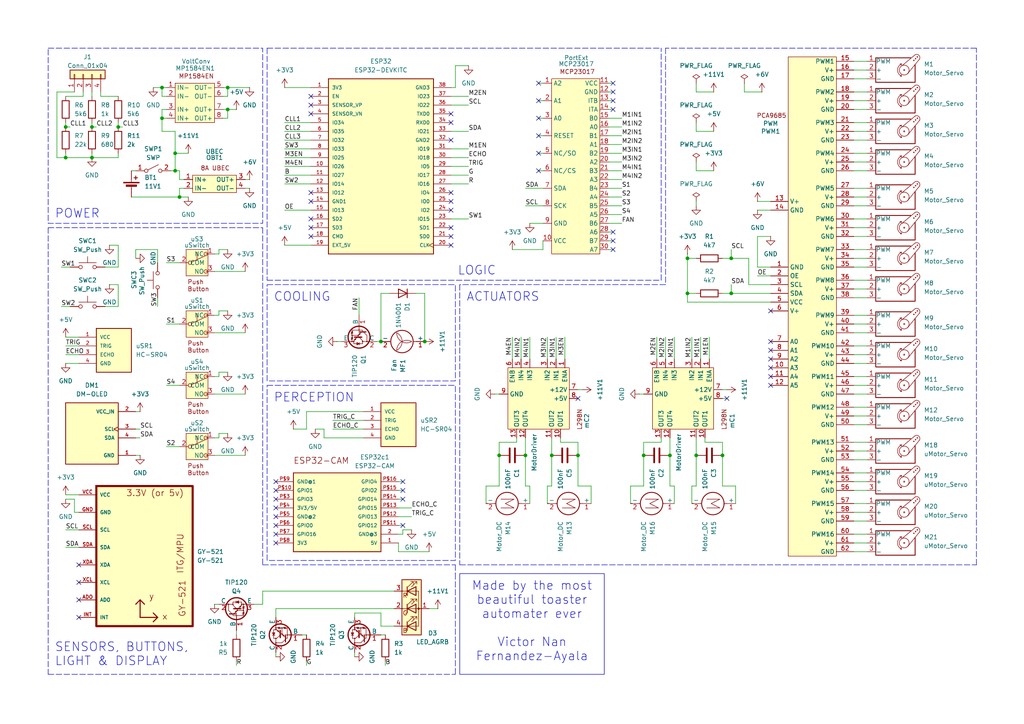
<source format=kicad_sch>
(kicad_sch (version 20231120) (generator "eeschema") (generator_version "8.0")
  (paper "A4")
  (junction (at 212.09 74.93))
  (junction (at 46.99 25.4))
  (junction (at 144.78 132.08))
  (junction (at 186.69 132.08))
  (junction (at 66.04 25.4))
  (junction (at 19.05 45.72))
  (junction (at 199.39 85.09))
  (junction (at 212.09 85.09))
  (junction (at 26.67 45.72))
  (junction (at 201.93 132.08))
  (junction (at 194.31 132.08))
  (junction (at 123.19 99.06))
  (junction (at 52.07 57.15))
  (junction (at 152.4 132.08))
  (junction (at 50.8 44.45))
  (junction (at 46.99 34.29))
  (junction (at 209.55 132.08))
  (junction (at 50.8 49.53))
  (junction (at 167.64 132.08))
  (junction (at 160.02 132.08))
  (junction (at 199.39 74.93))
  (junction (at 66.04 31.75))
  (junction (at 34.29 36.83))
  (junction (at 26.67 36.83))
  (junction (at 110.49 99.06))
  (junction (at 19.05 36.83))
  (no_connect (at 156.21 49.53))
  (no_connect (at 177.8 24.13))
  (no_connect (at 177.8 26.67))
  (no_connect (at 177.8 31.75))
  (no_connect (at 116.84 144.78))
  (no_connect (at 80.01 142.24))
  (no_connect (at 223.52 111.76))
  (no_connect (at 130.81 58.42))
  (no_connect (at 130.81 40.64))
  (no_connect (at 80.01 139.7))
  (no_connect (at 22.86 179.07))
  (no_connect (at 177.8 72.39))
  (no_connect (at 80.01 157.48))
  (no_connect (at 156.21 34.29))
  (no_connect (at 167.64 115.57))
  (no_connect (at 116.84 139.7))
  (no_connect (at 130.81 71.12))
  (no_connect (at 130.81 35.56))
  (no_connect (at 22.86 168.91))
  (no_connect (at 90.17 66.04))
  (no_connect (at 210.82 115.57))
  (no_connect (at 22.86 173.99))
  (no_connect (at 22.86 163.83))
  (no_connect (at 156.21 44.45))
  (no_connect (at 90.17 33.02))
  (no_connect (at 90.17 27.94))
  (no_connect (at 223.52 106.68))
  (no_connect (at 80.01 147.32))
  (no_connect (at 130.81 66.04))
  (no_connect (at 80.01 144.78))
  (no_connect (at 223.52 104.14))
  (no_connect (at 90.17 58.42))
  (no_connect (at 90.17 30.48))
  (no_connect (at 90.17 68.58))
  (no_connect (at 223.52 101.6))
  (no_connect (at 80.01 149.86))
  (no_connect (at 130.81 60.96))
  (no_connect (at 177.8 67.31))
  (no_connect (at 223.52 99.06))
  (no_connect (at 177.8 29.21))
  (no_connect (at 90.17 55.88))
  (no_connect (at 116.84 152.4))
  (no_connect (at 130.81 33.02))
  (no_connect (at 80.01 152.4))
  (no_connect (at 130.81 55.88))
  (no_connect (at 156.21 24.13))
  (no_connect (at 177.8 69.85))
  (no_connect (at 116.84 142.24))
  (no_connect (at 156.21 29.21))
  (no_connect (at 223.52 90.17))
  (no_connect (at 130.81 68.58))
  (no_connect (at 223.52 109.22))
  (no_connect (at 156.21 39.37))
  (no_connect (at 80.01 154.94))
  (no_connect (at 90.17 63.5))
  (polyline (pts (xy 132.08 194.31) (xy 132.08 195.58)) (stroke (width 0) (type dash)))
  (wire (pts (xy 93.98 127) (xy 93.98 124.46)))
  (wire (pts (xy 34.29 82.55) (xy 31.75 82.55)))
  (wire (pts (xy 19.05 45.72) (xy 26.67 45.72)))
  (wire (pts (xy 64.77 27.94) (xy 66.04 27.94)))
  (wire (pts (xy 156.21 44.45) (xy 157.48 44.45)))
  (wire (pts (xy 62.23 109.22) (xy 63.5 109.22)))
  (wire (pts (xy 247.65 114.3) (xy 251.46 114.3)))
  (wire (pts (xy 82.55 38.1) (xy 90.17 38.1)))
  (wire (pts (xy 144.78 128.27) (xy 144.78 132.08)))
  (wire (pts (xy 149.86 128.27) (xy 144.78 128.27)))
  (wire (pts (xy 201.93 35.56) (xy 201.93 38.1)))
  (wire (pts (xy 210.82 115.57) (xy 209.55 115.57)))
  (wire (pts (xy 26.67 45.72) (xy 26.67 44.45)))
  (wire (pts (xy 82.55 35.56) (xy 90.17 35.56)))
  (wire (pts (xy 82.55 40.64) (xy 90.17 40.64)))
  (wire (pts (xy 39.37 124.46) (xy 40.64 124.46)))
  (wire (pts (xy 82.55 25.4) (xy 90.17 25.4)))
  (wire (pts (xy 109.22 99.06) (xy 110.49 99.06)))
  (wire (pts (xy 130.81 43.18) (xy 135.89 43.18)))
  (wire (pts (xy 176.53 54.61) (xy 180.34 54.61)))
  (wire (pts (xy 247.65 46.99) (xy 251.46 46.99)))
  (polyline (pts (xy 133.35 82.55) (xy 133.35 163.83)) (stroke (width 0) (type dash)))
  (wire (pts (xy 247.65 40.64) (xy 251.46 40.64)))
  (wire (pts (xy 152.4 54.61) (xy 157.48 54.61)))
  (polyline (pts (xy 133.35 163.83) (xy 283.21 163.83)) (stroke (width 0) (type dash)))
  (wire (pts (xy 144.78 114.3) (xy 143.51 114.3)))
  (wire (pts (xy 160.02 127) (xy 160.02 132.08)))
  (wire (pts (xy 247.65 151.13) (xy 251.46 151.13)))
  (wire (pts (xy 132.08 25.4) (xy 130.81 25.4)))
  (wire (pts (xy 120.65 85.09) (xy 123.19 85.09)))
  (wire (pts (xy 177.8 29.21) (xy 176.53 29.21)))
  (wire (pts (xy 201.93 38.1) (xy 207.01 38.1)))
  (wire (pts (xy 219.71 58.42) (xy 223.52 58.42)))
  (wire (pts (xy 80.01 176.53) (xy 80.01 179.07)))
  (wire (pts (xy 68.58 191.77) (xy 68.58 193.04)))
  (wire (pts (xy 156.21 29.21) (xy 157.48 29.21)))
  (wire (pts (xy 247.65 160.02) (xy 251.46 160.02)))
  (wire (pts (xy 217.17 82.55) (xy 223.52 82.55)))
  (wire (pts (xy 105.41 119.38) (xy 88.9 119.38)))
  (wire (pts (xy 130.81 45.72) (xy 135.89 45.72)))
  (wire (pts (xy 16.51 26.67) (xy 16.51 45.72)))
  (wire (pts (xy 215.9 24.13) (xy 215.9 26.67)))
  (wire (pts (xy 247.65 130.81) (xy 251.46 130.81)))
  (wire (pts (xy 205.74 97.79) (xy 205.74 104.14)))
  (wire (pts (xy 66.04 25.4) (xy 72.39 25.4)))
  (wire (pts (xy 176.53 39.37) (xy 180.34 39.37)))
  (wire (pts (xy 199.39 73.66) (xy 199.39 74.93)))
  (wire (pts (xy 48.26 93.98) (xy 52.07 93.98)))
  (wire (pts (xy 194.31 127) (xy 194.31 132.08)))
  (wire (pts (xy 223.52 68.58) (xy 219.71 68.58)))
  (wire (pts (xy 176.53 36.83) (xy 180.34 36.83)))
  (wire (pts (xy 19.05 100.33) (xy 22.86 100.33)))
  (wire (pts (xy 247.65 20.32) (xy 251.46 20.32)))
  (wire (pts (xy 247.65 57.15) (xy 251.46 57.15)))
  (wire (pts (xy 201.93 127) (xy 201.93 132.08)))
  (wire (pts (xy 111.76 193.04) (xy 111.76 191.77)))
  (wire (pts (xy 80.01 190.5) (xy 80.01 189.23)))
  (wire (pts (xy 66.04 31.75) (xy 68.58 31.75)))
  (wire (pts (xy 177.8 31.75) (xy 176.53 31.75)))
  (wire (pts (xy 50.8 49.53) (xy 52.07 49.53)))
  (wire (pts (xy 168.91 113.03) (xy 167.64 113.03)))
  (wire (pts (xy 219.71 80.01) (xy 223.52 80.01)))
  (wire (pts (xy 110.49 181.61) (xy 114.3 181.61)))
  (wire (pts (xy 212.09 85.09) (xy 223.52 85.09)))
  (wire (pts (xy 19.05 153.67) (xy 22.86 153.67)))
  (wire (pts (xy 64.77 25.4) (xy 66.04 25.4)))
  (wire (pts (xy 149.86 128.27) (xy 149.86 127)))
  (wire (pts (xy 62.23 175.26) (xy 63.5 175.26)))
  (wire (pts (xy 130.81 48.26) (xy 135.89 48.26)))
  (wire (pts (xy 82.55 43.18) (xy 90.17 43.18)))
  (wire (pts (xy 212.09 72.39) (xy 212.09 74.93)))
  (wire (pts (xy 247.65 74.93) (xy 251.46 74.93)))
  (wire (pts (xy 160.02 132.08) (xy 160.02 140.97)))
  (wire (pts (xy 116.84 152.4) (xy 115.57 152.4)))
  (wire (pts (xy 97.79 99.06) (xy 99.06 99.06)))
  (wire (pts (xy 247.65 123.19) (xy 251.46 123.19)))
  (wire (pts (xy 247.65 133.35) (xy 251.46 133.35)))
  (wire (pts (xy 213.36 140.97) (xy 213.36 146.05)))
  (wire (pts (xy 247.65 35.56) (xy 251.46 35.56)))
  (wire (pts (xy 19.05 105.41) (xy 22.86 105.41)))
  (wire (pts (xy 39.37 72.39) (xy 45.72 72.39)))
  (wire (pts (xy 212.09 82.55) (xy 212.09 85.09)))
  (wire (pts (xy 156.21 34.29) (xy 157.48 34.29)))
  (wire (pts (xy 177.8 24.13) (xy 176.53 24.13)))
  (wire (pts (xy 219.71 60.96) (xy 223.52 60.96)))
  (wire (pts (xy 156.21 39.37) (xy 157.48 39.37)))
  (polyline (pts (xy 191.77 81.28) (xy 191.77 13.97)) (stroke (width 0) (type dash)))
  (wire (pts (xy 144.78 140.97) (xy 140.97 140.97)))
  (wire (pts (xy 82.55 45.72) (xy 90.17 45.72)))
  (wire (pts (xy 63.5 73.66) (xy 63.5 72.39)))
  (wire (pts (xy 247.65 83.82) (xy 251.46 83.82)))
  (wire (pts (xy 48.26 129.54) (xy 52.07 129.54)))
  (wire (pts (xy 116.84 142.24) (xy 115.57 142.24)))
  (wire (pts (xy 64.77 31.75) (xy 66.04 31.75)))
  (wire (pts (xy 186.69 132.08) (xy 186.69 140.97)))
  (wire (pts (xy 68.58 184.15) (xy 68.58 182.88)))
  (wire (pts (xy 182.88 140.97) (xy 182.88 146.05)))
  (wire (pts (xy 96.52 121.92) (xy 105.41 121.92)))
  (wire (pts (xy 194.31 132.08) (xy 194.31 140.97)))
  (wire (pts (xy 247.65 111.76) (xy 251.46 111.76)))
  (wire (pts (xy 16.51 45.72) (xy 19.05 45.72)))
  (wire (pts (xy 48.26 76.2) (xy 52.07 76.2)))
  (wire (pts (xy 115.57 160.02) (xy 124.46 160.02)))
  (wire (pts (xy 217.17 74.93) (xy 217.17 82.55)))
  (wire (pts (xy 247.65 128.27) (xy 251.46 128.27)))
  (wire (pts (xy 19.05 158.75) (xy 22.86 158.75)))
  (wire (pts (xy 45.72 72.39) (xy 45.72 76.2)))
  (wire (pts (xy 219.71 68.58) (xy 219.71 77.47)))
  (wire (pts (xy 54.61 57.15) (xy 52.07 57.15)))
  (wire (pts (xy 186.69 128.27) (xy 186.69 132.08)))
  (wire (pts (xy 177.8 69.85) (xy 176.53 69.85)))
  (wire (pts (xy 247.65 100.33) (xy 251.46 100.33)))
  (wire (pts (xy 199.39 85.09) (xy 199.39 87.63)))
  (wire (pts (xy 132.08 19.05) (xy 132.08 25.4)))
  (wire (pts (xy 157.48 69.85) (xy 157.48 72.39)))
  (wire (pts (xy 247.65 49.53) (xy 251.46 49.53)))
  (wire (pts (xy 209.55 85.09) (xy 212.09 85.09)))
  (wire (pts (xy 176.53 44.45) (xy 180.34 44.45)))
  (wire (pts (xy 247.65 68.58) (xy 251.46 68.58)))
  (wire (pts (xy 247.65 72.39) (xy 251.46 72.39)))
  (polyline (pts (xy 283.21 13.97) (xy 193.04 13.97)) (stroke (width 0) (type dash)))
  (wire (pts (xy 209.55 140.97) (xy 213.36 140.97)))
  (wire (pts (xy 201.93 46.99) (xy 201.93 49.53)))
  (wire (pts (xy 113.03 85.09) (xy 110.49 85.09)))
  (wire (pts (xy 247.65 93.98) (xy 251.46 93.98)))
  (wire (pts (xy 62.23 127) (xy 63.5 127)))
  (wire (pts (xy 93.98 124.46) (xy 91.44 124.46)))
  (polyline (pts (xy 193.04 13.97) (xy 193.04 82.55)) (stroke (width 0) (type dash)))
  (wire (pts (xy 96.52 124.46) (xy 105.41 124.46)))
  (wire (pts (xy 26.67 36.83) (xy 26.67 35.56)))
  (wire (pts (xy 29.21 27.94) (xy 29.21 26.67)))
  (wire (pts (xy 144.78 132.08) (xy 144.78 140.97)))
  (wire (pts (xy 247.65 29.21) (xy 251.46 29.21)))
  (wire (pts (xy 115.57 160.02) (xy 115.57 157.48)))
  (wire (pts (xy 247.65 77.47) (xy 251.46 77.47)))
  (wire (pts (xy 156.21 49.53) (xy 157.48 49.53)))
  (wire (pts (xy 163.83 97.79) (xy 163.83 104.14)))
  (wire (pts (xy 88.9 124.46) (xy 85.09 124.46)))
  (wire (pts (xy 49.53 49.53) (xy 50.8 49.53)))
  (wire (pts (xy 199.39 74.93) (xy 199.39 85.09)))
  (wire (pts (xy 82.55 50.8) (xy 90.17 50.8)))
  (wire (pts (xy 186.69 140.97) (xy 182.88 140.97)))
  (wire (pts (xy 247.65 146.05) (xy 251.46 146.05)))
  (wire (pts (xy 19.05 45.72) (xy 19.05 44.45)))
  (wire (pts (xy 176.53 64.77) (xy 180.34 64.77)))
  (wire (pts (xy 52.07 52.07) (xy 53.34 52.07)))
  (wire (pts (xy 46.99 34.29) (xy 46.99 38.1)))
  (wire (pts (xy 66.04 27.94) (xy 66.04 25.4)))
  (wire (pts (xy 19.05 144.78) (xy 21.59 144.78)))
  (wire (pts (xy 110.49 85.09) (xy 110.49 99.06)))
  (wire (pts (xy 176.53 57.15) (xy 180.34 57.15)))
  (wire (pts (xy 76.2 171.45) (xy 114.3 171.45)))
  (wire (pts (xy 247.65 102.87) (xy 251.46 102.87)))
  (wire (pts (xy 247.65 22.86) (xy 251.46 22.86)))
  (wire (pts (xy 247.65 86.36) (xy 251.46 86.36)))
  (wire (pts (xy 105.41 127) (xy 93.98 127)))
  (wire (pts (xy 210.82 113.03) (xy 209.55 113.03)))
  (wire (pts (xy 116.84 154.94) (xy 116.84 153.67)))
  (wire (pts (xy 176.53 41.91) (xy 180.34 41.91)))
  (wire (pts (xy 158.75 140.97) (xy 158.75 146.05)))
  (wire (pts (xy 66.04 34.29) (xy 66.04 31.75)))
  (wire (pts (xy 39.37 72.39) (xy 39.37 74.93)))
  (wire (pts (xy 151.13 97.79) (xy 151.13 104.14)))
  (wire (pts (xy 140.97 140.97) (xy 140.97 146.05)))
  (wire (pts (xy 63.5 109.22) (xy 63.5 107.95)))
  (wire (pts (xy 19.05 143.51) (xy 22.86 143.51)))
  (wire (pts (xy 176.53 46.99) (xy 180.34 46.99)))
  (wire (pts (xy 34.29 77.47) (xy 30.48 77.47)))
  (wire (pts (xy 190.5 97.79) (xy 190.5 104.14)))
  (wire (pts (xy 191.77 128.27) (xy 191.77 127)))
  (wire (pts (xy 82.55 53.34) (xy 90.17 53.34)))
  (wire (pts (xy 63.5 107.95) (xy 66.04 107.95)))
  (wire (pts (xy 247.65 91.44) (xy 251.46 91.44)))
  (wire (pts (xy 50.8 38.1) (xy 50.8 44.45)))
  (wire (pts (xy 156.21 24.13) (xy 157.48 24.13)))
  (wire (pts (xy 195.58 140.97) (xy 195.58 146.05)))
  (polyline (pts (xy 77.47 13.97) (xy 191.77 13.97)) (stroke (width 0) (type dash)))
  (wire (pts (xy 247.65 118.11) (xy 251.46 118.11)))
  (wire (pts (xy 104.14 86.36) (xy 104.14 91.44)))
  (wire (pts (xy 130.81 30.48) (xy 135.89 30.48)))
  (wire (pts (xy 199.39 74.93) (xy 201.93 74.93)))
  (polyline (pts (xy 132.08 166.37) (xy 132.08 194.31)) (stroke (width 0) (type dash)))
  (wire (pts (xy 247.65 154.94) (xy 251.46 154.94)))
  (wire (pts (xy 48.26 27.94) (xy 46.99 27.94)))
  (wire (pts (xy 63.5 125.73) (xy 66.04 125.73)))
  (wire (pts (xy 201.93 140.97) (xy 200.66 140.97)))
  (wire (pts (xy 167.64 132.08) (xy 167.64 140.97)))
  (wire (pts (xy 26.67 36.83) (xy 27.94 36.83)))
  (wire (pts (xy 21.59 26.67) (xy 16.51 26.67)))
  (wire (pts (xy 161.29 97.79) (xy 161.29 104.14)))
  (wire (pts (xy 162.56 128.27) (xy 167.64 128.27)))
  (wire (pts (xy 209.55 74.93) (xy 212.09 74.93)))
  (wire (pts (xy 195.58 97.79) (xy 195.58 104.14)))
  (wire (pts (xy 82.55 48.26) (xy 90.17 48.26)))
  (wire (pts (xy 247.65 148.59) (xy 251.46 148.59)))
  (wire (pts (xy 50.8 44.45) (xy 50.8 49.53)))
  (wire (pts (xy 247.65 120.65) (xy 251.46 120.65)))
  (wire (pts (xy 247.65 81.28) (xy 251.46 81.28)))
  (polyline (pts (xy 13.97 66.04) (xy 76.2 66.04)) (stroke (width 0) (type dash)))
  (wire (pts (xy 247.65 38.1) (xy 251.46 38.1)))
  (wire (pts (xy 212.09 74.93) (xy 217.17 74.93)))
  (wire (pts (xy 124.46 176.53) (xy 127 176.53)))
  (wire (pts (xy 34.29 45.72) (xy 34.29 44.45)))
  (wire (pts (xy 247.65 96.52) (xy 251.46 96.52)))
  (wire (pts (xy 17.78 77.47) (xy 20.32 77.47)))
  (wire (pts (xy 167.64 140.97) (xy 171.45 140.97)))
  (wire (pts (xy 116.84 139.7) (xy 115.57 139.7)))
  (wire (pts (xy 34.29 88.9) (xy 30.48 88.9)))
  (wire (pts (xy 76.2 171.45) (xy 76.2 175.26)))
  (wire (pts (xy 247.65 31.75) (xy 251.46 31.75)))
  (wire (pts (xy 88.9 193.04) (xy 88.9 191.77)))
  (wire (pts (xy 135.89 63.5) (xy 130.81 63.5)))
  (wire (pts (xy 191.77 128.27) (xy 186.69 128.27)))
  (wire (pts (xy 176.53 49.53) (xy 180.34 49.53)))
  (polyline (pts (xy 76.2 195.58) (xy 132.08 195.58)) (stroke (width 0) (type dash)))
  (wire (pts (xy 247.65 44.45) (xy 251.46 44.45)))
  (wire (pts (xy 167.64 128.27) (xy 167.64 132.08)))
  (polyline (pts (xy 132.08 163.83) (xy 132.08 166.37)) (stroke (width 0) (type dash)))
  (wire (pts (xy 34.29 71.12) (xy 34.29 77.47)))
  (wire (pts (xy 152.4 127) (xy 152.4 132.08)))
  (wire (pts (xy 160.02 140.97) (xy 158.75 140.97)))
  (wire (pts (xy 176.53 59.69) (xy 180.34 59.69)))
  (wire (pts (xy 200.66 97.79) (xy 200.66 104.14)))
  (wire (pts (xy 247.65 142.24) (xy 251.46 142.24)))
  (polyline (pts (xy 77.47 81.28) (xy 191.77 81.28)) (stroke (width 0) (type dash)))
  (wire (pts (xy 130.81 38.1) (xy 135.89 38.1)))
  (wire (pts (xy 152.4 132.08) (xy 152.4 140.97)))
  (wire (pts (xy 115.57 154.94) (xy 116.84 154.94)))
  (polyline (pts (xy 77.47 13.97) (xy 77.47 81.28)) (stroke (width 0) (type dash)))
  (wire (pts (xy 171.45 140.97) (xy 171.45 146.05)))
  (wire (pts (xy 247.65 139.7) (xy 251.46 139.7)))
  (wire (pts (xy 209.55 128.27) (xy 209.55 132.08)))
  (wire (pts (xy 46.99 25.4) (xy 46.99 27.94)))
  (wire (pts (xy 73.66 175.26) (xy 76.2 175.26)))
  (wire (pts (xy 34.29 36.83) (xy 35.56 36.83)))
  (wire (pts (xy 17.78 88.9) (xy 20.32 88.9)))
  (wire (pts (xy 209.55 132.08) (xy 209.55 140.97)))
  (wire (pts (xy 162.56 128.27) (xy 162.56 127)))
  (polyline (pts (xy 13.97 66.04) (xy 13.97 195.58)) (stroke (width 0) (type dash)))
  (wire (pts (xy 130.81 53.34) (xy 135.89 53.34)))
  (wire (pts (xy 193.04 97.79) (xy 193.04 104.14)))
  (wire (pts (xy 177.8 67.31) (xy 176.53 67.31)))
  (wire (pts (xy 153.67 64.77) (xy 157.48 64.77)))
  (wire (pts (xy 247.65 157.48) (xy 251.46 157.48)))
  (wire (pts (xy 157.48 72.39) (xy 148.59 72.39)))
  (wire (pts (xy 63.5 91.44) (xy 63.5 90.17)))
  (wire (pts (xy 80.01 176.53) (xy 114.3 176.53)))
  (wire (pts (xy 247.65 17.78) (xy 251.46 17.78)))
  (wire (pts (xy 63.5 72.39) (xy 66.04 72.39)))
  (wire (pts (xy 115.57 147.32) (xy 119.38 147.32)))
  (wire (pts (xy 62.23 114.3) (xy 71.12 114.3)))
  (wire (pts (xy 21.59 148.59) (xy 22.86 148.59)))
  (wire (pts (xy 29.21 27.94) (xy 34.29 27.94)))
  (wire (pts (xy 247.65 26.67) (xy 251.46 26.67)))
  (wire (pts (xy 132.08 19.05) (xy 135.89 19.05)))
  (wire (pts (xy 19.05 102.87) (xy 22.86 102.87)))
  (wire (pts (xy 152.4 59.69) (xy 157.48 59.69)))
  (wire (pts (xy 200.66 140.97) (xy 200.66 146.05)))
  (wire (pts (xy 52.07 52.07) (xy 52.07 49.53)))
  (wire (pts (xy 177.8 26.67) (xy 176.53 26.67)))
  (wire (pts (xy 19.05 36.83) (xy 19.05 35.56)))
  (wire (pts (xy 152.4 140.97) (xy 153.67 140.97)))
  (wire (pts (xy 177.8 72.39) (xy 176.53 72.39)))
  (wire (pts (xy 24.13 27.94) (xy 19.05 27.94)))
  (wire (pts (xy 110.49 177.8) (xy 102.87 177.8)))
  (wire (pts (xy 54.61 44.45) (xy 50.8 44.45)))
  (wire (pts (xy 123.19 85.09) (xy 123.19 99.06)))
  (wire (pts (xy 153.67 97.79) (xy 153.67 104.14)))
  (polyline (pts (xy 76.2 66.04) (xy 76.2 111.76)) (stroke (width 0) (type dash)))
  (wire (pts (xy 148.59 97.79) (xy 148.59 104.14)))
  (wire (pts (xy 199.39 85.09) (xy 201.93 85.09)))
  (wire (pts (xy 111.76 184.15) (xy 110.49 184.15)))
  (wire (pts (xy 34.29 82.55) (xy 34.29 88.9)))
  (wire (pts (xy 62.23 132.08) (xy 71.12 132.08)))
  (wire (pts (xy 176.53 34.29) (xy 180.34 34.29)))
  (polyline (pts (xy 193.04 82.55) (xy 133.35 82.55)) (stroke (width 0) (type dash)))
  (wire (pts (xy 158.75 97.79) (xy 158.75 104.14)))
  (wire (pts (xy 24.13 26.67) (xy 24.13 27.94)))
  (wire (pts (xy 62.23 91.44) (xy 63.5 91.44)))
  (wire (pts (xy 201.93 26.67) (xy 207.01 26.67)))
  (wire (pts (xy 204.47 128.27) (xy 204.47 127)))
  (wire (pts (xy 247.65 63.5) (xy 251.46 63.5)))
  (wire (pts (xy 215.9 26.67) (xy 220.98 26.67)))
  (wire (pts (xy 201.93 59.69) (xy 201.93 58.42)))
  (wire (pts (xy 46.99 34.29) (xy 48.26 34.29)))
  (polyline (pts (xy 76.2 111.76) (xy 76.2 163.83)) (stroke (width 0) (type dash)))
  (wire (pts (xy 63.5 127) (xy 63.5 125.73)))
  (polyline (pts (xy 76.2 163.83) (xy 132.08 163.83)) (stroke (width 0) (type dash)))
  (wire (pts (xy 204.47 128.27) (xy 209.55 128.27)))
  (wire (pts (xy 34.29 71.12) (xy 31.75 71.12)))
  (wire (pts (xy 116.84 153.67) (xy 119.38 153.67)))
  (wire (pts (xy 186.69 114.3) (xy 185.42 114.3)))
  (wire (pts (xy 116.84 144.78) (xy 115.57 144.78)))
  (wire (pts (xy 62.23 73.66) (xy 63.5 73.66)))
  (wire (pts (xy 199.39 87.63) (xy 223.52 87.63)))
  (wire (pts (xy 130.81 27.94) (xy 135.89 27.94)))
  (wire (pts (xy 82.55 71.12) (xy 90.17 71.12)))
  (wire (pts (xy 201.93 132.08) (xy 201.93 140.97)))
  (polyline (pts (xy 13.97 195.58) (xy 76.2 195.58)) (stroke (width 0) (type dash)))
  (wire (pts (xy 247.65 66.04) (xy 251.46 66.04)))
  (wire (pts (xy 21.59 144.78) (xy 21.59 148.59)))
  (wire (pts (xy 39.37 132.08) (xy 40.64 132.08)))
  (wire (pts (xy 247.65 59.69) (xy 251.46 59.69)))
  (wire (pts (xy 102.87 190.5) (xy 102.87 189.23)))
  (wire (pts (xy 26.67 26.67) (xy 26.67 27.94)))
  (wire (pts (xy 52.07 54.61) (xy 52.07 57.15)))
  (wire (pts (xy 115.57 149.86) (xy 119.38 149.86)))
  (wire (pts (xy 50.8 38.1) (xy 46.99 38.1)))
  (wire (pts (xy 63.5 90.17) (xy 66.04 90.17)))
  (wire (pts (xy 19.05 97.79) (xy 22.86 97.79)))
  (wire (pts (xy 39.37 127) (xy 40.64 127)))
  (wire (pts (xy 39.37 119.38) (xy 40.64 119.38)))
  (wire (pts (xy 38.1 49.53) (xy 39.37 49.53)))
  (wire (pts (xy 34.29 36.83) (xy 34.29 35.56)))
  (wire (pts (xy 247.65 109.22) (xy 251.46 109.22)))
  (wire (pts (xy 52.07 54.61) (xy 53.34 54.61)))
  (wire (pts (xy 46.99 25.4) (xy 48.26 25.4)))
  (wire (pts (xy 71.12 52.07) (xy 72.39 52.07)))
  (wire (pts (xy 52.07 57.15) (xy 38.1 57.15)))
  (wire (pts (xy 45.72 88.9) (xy 45.72 86.36)))
  (wire (pts (xy 247.65 54.61) (xy 251.46 54.61)))
  (wire (pts (xy 88.9 119.38) (xy 88.9 124.46)))
  (wire (pts (xy 82.55 60.96) (xy 90.17 60.96)))
  (wire (pts (xy 72.39 54.61) (xy 71.12 54.61)))
  (wire (pts (xy 62.23 78.74) (xy 71.12 78.74)))
  (wire (pts (xy 247.65 137.16) (xy 251.46 137.16)))
  (wire (pts (xy 48.26 111.76) (xy 52.07 111.76)))
  (wire (pts (xy 110.49 181.61) (xy 110.49 177.8)))
  (wire (pts (xy 88.9 184.15) (xy 87.63 184.15)))
  (wire (pts (xy 176.53 62.23) (xy 180.34 62.23)))
  (wire (pts (xy 130.81 50.8) (xy 135.89 50.8)))
  (wire (pts (xy 201.93 24.13) (xy 201.93 26.67)))
  (wire (pts (xy 102.87 177.8) (xy 102.87 179.07)))
  (polyline (pts (xy 283.21 163.83) (xy 283.21 13.97)) (stroke (width 0) (type dash)))
  (wire (pts (xy 44.45 25.4) (xy 46.99 25.4)))
  (wire (pts (xy 64.77 34.29) (xy 66.04 34.29)))
  (wire (pts (xy 201.93 49.53) (xy 207.01 49.53)))
  (wire (pts (xy 62.23 96.52) (xy 71.12 96.52)))
  (wire (pts (xy 153.67 140.97) (xy 153.67 146.05)))
  (wire (pts (xy 48.26 31.75) (xy 46.99 31.75)))
  (wire (pts (xy 194.31 140.97) (xy 195.58 140.97)))
  (wire (pts (xy 176.53 52.07) (xy 180.34 52.07)))
  (wire (pts (xy 219.71 77.47) (xy 223.52 77.47)))
  (wire (pts (xy 19.05 36.83) (xy 20.32 36.83)))
  (wire (pts (xy 26.67 45.72) (xy 34.29 45.72)))
  (wire (pts (xy 247.65 105.41) (xy 251.46 105.41)))
  (wire (pts (xy 203.2 97.79) (xy 203.2 104.14)))
  (wire (pts (xy 46.99 31.75) (xy 46.99 34.29)))
  (rectangle (start 13.97 13.97) (end 76.2 64.77) (stroke (width 0) (type dash)))
  (rectangle (start 77.47 82.55) (end 132.08 110.49) (stroke (width 0) (type dash)))
  (rectangle (start 77.47 111.76) (end 132.08 162.56) (stroke (width 0) (type dash)))
  (rectangle (start 133.35 166.37) (end 175.26 195.58))
  (text_box "SENSORS, BUTTONS, LIGHT & DISPLAY" (at 13.97 184.15 0) (size 44.45 11.43) (stroke (width -0.0001)) (effects (font (size 2.54 2.54)) (justify left top)))
  (text_box "PERCEPTION\n" (at 77.47 111.76 0) (size 25.4 5.08) (stroke (width -0.0001)) (effects (font (size 2.54 2.54)) (justify left top)))
  (text_box "COOLING" (at 77.47 82.55 0) (size 19.05 5.08) (stroke (width -0.0001)) (effects (font (size 2.54 2.54)) (justify left top)))
  (text_box "LOGIC" (at 130.81 74.93 0) (size 13.97 5.08) (stroke (width -0.0001)) (effects (font (size 2.54 2.54)) (justify left top)))
  (text_box "POWER" (at 13.97 58.42 0) (size 16.51 5.08) (stroke (width -0.0001)) (effects (font (size 2.54 2.54)) (justify left top)))
  (text_box "Made by the most beautiful toaster automater ever\n\nVictor Nan Fernandez-Ayala" (at 133.35 166.37 0) (size 41.91 29.21) (stroke (width -0.0001)) (effects (font (size 2.54 2.54)) (justify top)))
  (text_box "ACTUATORS" (at 133.35 82.55 0) (size 24.13 5.08) (stroke (width -0.0001)) (effects (font (size 2.54 2.54)) (justify left top)))
  (label "SDA" (at 19.05 158.75 0))
  (label "TRIG_C" (at 96.52 121.92 0))
  (label "SW1" (at 17.78 77.47 0))
  (label "M1EN" (at 135.89 43.18 0))
  (label "OE" (at 82.55 60.96 0))
  (label "SCL" (at 19.05 153.67 0))
  (label "R" (at 135.89 53.34 0))
  (label "ECHO" (at 135.89 45.72 0))
  (label "S4" (at 180.34 62.23 0))
  (label "M2EN" (at 190.5 97.79 270))
  (label "SDA" (at 212.09 82.55 0))
  (label "SCL" (at 212.09 72.39 0))
  (label "TRIG_C" (at 119.38 149.86 0))
  (label "G" (at 88.9 193.04 0))
  (label "OE" (at 219.71 80.01 0))
  (label "SW3" (at 82.55 43.18 0))
  (label "M4IN1" (at 153.67 97.79 270))
  (label "G" (at 135.89 50.8 0))
  (label "S3" (at 180.34 59.69 0))
  (label "SDA" (at 135.89 38.1 0))
  (label "M3IN2" (at 180.34 46.99 0))
  (label "B" (at 111.76 193.04 0))
  (label "M1IN2" (at 180.34 36.83 0))
  (label "CLL2" (at 27.94 36.83 0))
  (label "SW1" (at 135.89 63.5 0))
  (label "M1EN" (at 205.74 97.79 270))
  (label "SCL" (at 135.89 30.48 0))
  (label "M4IN2" (at 180.34 52.07 0))
  (label "M3IN1" (at 161.29 97.79 270))
  (label "SDA" (at 152.4 54.61 0))
  (label "S3" (at 48.26 76.2 0))
  (label "CLL3" (at 35.56 36.83 0))
  (label "TRIG" (at 19.05 100.33 0))
  (label "M4IN1" (at 180.34 49.53 0))
  (label "M3IN1" (at 180.34 44.45 0))
  (label "B" (at 82.55 50.8 0))
  (label "R" (at 68.58 193.04 0))
  (label "M2IN2" (at 193.04 97.79 270))
  (label "ECHO_C" (at 119.38 147.32 0))
  (label "SCL" (at 40.64 124.46 0))
  (label "SW2" (at 82.55 53.34 0))
  (label "ECHO_C" (at 96.52 124.46 0))
  (label "SDA" (at 40.64 127 0))
  (label "SW3" (at 45.72 88.9 90))
  (label "CLL1" (at 82.55 35.56 0))
  (label "M2EN" (at 135.89 27.94 0))
  (label "CLL2" (at 82.55 38.1 0))
  (label "SW2" (at 17.78 88.9 0))
  (label "FAN" (at 104.14 86.36 270))
  (label "M4EN" (at 82.55 48.26 0))
  (label "M2IN1" (at 180.34 39.37 0))
  (label "M2IN2" (at 180.34 41.91 0))
  (label "M3EN" (at 163.83 97.79 270))
  (label "TRIG" (at 135.89 48.26 0))
  (label "M1IN2" (at 200.66 97.79 270))
  (label "M1IN1" (at 180.34 34.29 0))
  (label "S2" (at 180.34 57.15 0))
  (label "M2IN1" (at 195.58 97.79 270))
  (label "CLL3" (at 82.55 40.64 0))
  (label "ECHO" (at 19.05 102.87 0))
  (label "FAN" (at 180.34 64.77 0))
  (label "M4EN" (at 148.59 97.79 270))
  (label "S4" (at 48.26 111.76 0))
  (label "S1" (at 180.34 54.61 0))
  (label "M4IN2" (at 151.13 97.79 270))
  (label "S1" (at 48.26 93.98 0))
  (label "SCL" (at 152.4 59.69 0))
  (label "M1IN1" (at 203.2 97.79 270))
  (label "M3IN2" (at 158.75 97.79 270))
  (label "M3EN" (at 82.55 45.72 0))
  (label "S2" (at 48.26 129.54 0))
  (label "CLL1" (at 20.32 36.83 0))
  (symbol (lib_id "power:GND") (at 72.39 54.61 0) (unit 1)
    (property "Reference" "#PWR032" (effects (hide yes)))
    (property "Value" "GND" (at 72.39 59.69 0))
    (property "Description" "Power symbol creates a global label with name \"GND\" , ground" (effects (hide yes)))
  )
  (symbol (lib_id "Device:Battery_Cell") (at 38.1 54.61 0) (unit 1)
    (property "Reference" "BT1" (at 41.91 51.4984 0) (effects (justify left)))
    (property "Value" "11V1" (at 41.91 54.0384 0) (effects (justify left)))
    (property "Footprint" "2xBattery_Wire_Pads:2xBatterty_Wire_Pads" (effects (hide yes)))
    (property "Description" "Single-cell battery" (effects (hide yes)))
  )
  (symbol (lib_id "Diode:1N4001") (at 116.84 85.09 180) (unit 1)
    (property "Reference" "D1" (at 118.1101 87.63 90) (effects (justify left)))
    (property "Value" "1N4001" (at 115.5701 87.63 90) (effects (justify left)))
    (property "Footprint" "Diode_THT:D_DO-41_SOD81_P10.16mm_Horizontal" (effects (hide yes)))
    (property "Datasheet" "http://www.vishay.com/docs/88503/1n4001.pdf" (effects (hide yes)))
    (property "Description" "50V 1A General Purpose Rectifier Diode, DO-41" (effects (hide yes)))
    (property "Sim.Device" "D" (effects (hide yes)))
    (property "Sim.Pins" "1=K 2=A" (effects (hide yes)))
  )
  (symbol (lib_id "power:GND") (at 54.61 57.15 0) (unit 1)
    (property "Reference" "#PWR03" (effects (hide yes)))
    (property "Value" "GND" (at 54.61 62.23 0))
    (property "Description" "Power symbol creates a global label with name \"GND\" , ground" (effects (hide yes)))
  )
  (symbol (lib_id "Motor:Motor_Servo") (at 259.08 120.65 0) (unit 1) (on_board no)
    (property "Reference" "M12" (at 267.97 118.9465 0) (effects (justify left)))
    (property "Value" "Motor_Servo" (at 267.97 121.4865 0) (effects (justify left)))
    (property "Datasheet" "http://forums.parallax.com/uploads/attachments/46831/74481.png" (effects (hide yes)))
    (property "Description" "Servo Motor (Futaba, HiTec, JR connector)" (effects (hide yes)))
  )
  (symbol (lib_id "power:+6V") (at 85.09 124.46 0) (unit 1)
    (property "Reference" "#PWR022" (effects (hide yes)))
    (property "Value" "+5V" (at 85.09 119.38 0))
    (property "Description" "Power symbol creates a global label with name \"+6V\"" (effects (hide yes)))
  )
  (symbol (lib_id "HC-SR04:HC-SR04") (at 27.94 100.33 0) (unit 1)
    (property "Reference" "uSR1" (at 39.37 100.3299 0) (effects (justify left)))
    (property "Value" "HC-SR04" (at 39.37 102.8699 0) (effects (justify left)))
    (property "Footprint" "Connector_PinHeader_2.54mm:PinHeader_1x04_P2.54mm_Vertical" (effects (hide yes)))
    (property "MF" "SparkFun Electronics" (effects (hide yes)))
    (property "Description_1" "\nHC-SR04 Ultrasonic Sensor Qwiic Platform Evaluation Expansion Board\n" (effects (hide yes)))
    (property "Package" "None" (effects (hide yes)))
    (property "Price" "None" (effects (hide yes)))
    (property "Check_prices" "https://www.snapeda.com/parts/HC-SR04/SparkFun+Electronics/view-part/?ref=eda" (effects (hide yes)))
    (property "SnapEDA_Link" "https://www.snapeda.com/parts/HC-SR04/SparkFun+Electronics/view-part/?ref=snap" (effects (hide yes)))
    (property "MP" "HC-SR04" (effects (hide yes)))
    (property "Availability" "Not in stock" (effects (hide yes)))
    (property "MANUFACTURER" "Osepp" (effects (hide yes)))
  )
  (symbol (lib_id "power:+6V") (at 210.82 113.03 270) (unit 1)
    (property "Reference" "#PWR04" (effects (hide yes)))
    (property "Value" "+11V1" (at 215.9 113.03 0))
    (property "Description" "Power symbol creates a global label with name \"+6V\"" (effects (hide yes)))
  )
  (symbol (lib_id "power:GND") (at 40.64 132.08 0) (unit 1)
    (property "Reference" "#PWR046" (effects (hide yes)))
    (property "Value" "GND" (at 40.64 137.16 0))
    (property "Description" "Power symbol creates a global label with name \"GND\" , ground" (effects (hide yes)))
  )
  (symbol (lib_id "power:GND") (at 62.23 175.26 0) (unit 1)
    (property "Reference" "#PWR016" (effects (hide yes)))
    (property "Value" "GND" (at 62.23 180.34 0))
    (property "Description" "Power symbol creates a global label with name \"GND\" , ground" (effects (hide yes)))
  )
  (symbol (lib_id "Motor:Motor_Servo") (at 259.08 38.1 0) (unit 1) (on_board no)
    (property "Reference" "M3" (at 267.97 36.3965 0) (effects (justify left)))
    (property "Value" "Motor_Servo" (at 267.97 38.9365 0) (effects (justify left)))
    (property "Datasheet" "http://forums.parallax.com/uploads/attachments/46831/74481.png" (effects (hide yes)))
    (property "Description" "Servo Motor (Futaba, HiTec, JR connector)" (effects (hide yes)))
  )
  (symbol (lib_id "power:GND") (at 72.39 25.4 0) (unit 1)
    (property "Reference" "#PWR034" (effects (hide yes)))
    (property "Value" "GND" (at 72.39 30.48 0))
    (property "Description" "Power symbol creates a global label with name \"GND\" , ground" (effects (hide yes)))
  )
  (symbol (lib_id "power:+6V") (at 219.71 58.42 0) (unit 1)
    (property "Reference" "#PWR055" (effects (hide yes)))
    (property "Value" "+6V" (at 219.71 53.34 0))
    (property "Description" "Power symbol creates a global label with name \"+6V\"" (effects (hide yes)))
  )
  (symbol (lib_id "power:+6V") (at 207.01 38.1 0) (unit 1)
    (property "Reference" "#PWR029" (effects (hide yes)))
    (property "Value" "+5V" (at 207.01 33.02 0))
    (property "Description" "Power symbol creates a global label with name \"+6V\"" (effects (hide yes)))
  )
  (symbol (lib_id "power:+6V") (at 19.05 97.79 0) (unit 1)
    (property "Reference" "#PWR049" (effects (hide yes)))
    (property "Value" "+5V" (at 19.05 92.71 0))
    (property "Description" "Power symbol creates a global label with name \"+6V\"" (effects (hide yes)))
  )
  (symbol (lib_id "power:GND") (at 39.37 74.93 90) (unit 1)
    (property "Reference" "#PWR024" (effects (hide yes)))
    (property "Value" "GND" (at 44.45 74.93 0))
    (property "Description" "Power symbol creates a global label with name \"GND\" , ground" (effects (hide yes)))
  )
  (symbol (lib_name "L298N_1") (lib_id "MotorController_GERUI_L298N:L298N") (at 156.21 102.87 270) (unit 1)
    (property "Reference" "mC2" (at 170.18 119.888 0) (effects (justify left)))
    (property "Value" "MotorDriver" (at 154.94 125.73 0) (effects (justify left)))
    (property "Footprint" "Connector_PinHeader_2.54mm:PinHeader_1x06_P2.54mm_Vertical" (effects (hide yes)))
  )
  (symbol (lib_id "Device:R") (at 34.29 40.64 180) (unit 1)
    (property "Reference" "R11" (at 36.83 39.3699 0) (effects (justify right)))
    (property "Value" "2k" (at 36.83 41.9099 0) (effects (justify right)))
    (property "Footprint" "Resistor_THT:R_Axial_DIN0207_L6.3mm_D2.5mm_P7.62mm_Horizontal" (effects (hide yes)))
    (property "Description" "Resistor" (effects (hide yes)))
  )
  (symbol (lib_id "power:+6V") (at 68.58 31.75 0) (unit 1)
    (property "Reference" "#PWR02" (effects (hide yes)))
    (property "Value" "+5V" (at 68.58 26.67 0))
    (property "Description" "Power symbol creates a global label with name \"+6V\"" (effects (hide yes)))
  )
  (symbol (lib_id "power:+6V") (at 40.64 119.38 0) (unit 1)
    (property "Reference" "#PWR045" (effects (hide yes)))
    (property "Value" "+3V3" (at 40.64 114.3 0))
    (property "Description" "Power symbol creates a global label with name \"+6V\"" (effects (hide yes)))
  )
  (symbol (lib_id "Device:R") (at 26.67 40.64 180) (unit 1)
    (property "Reference" "R9" (at 29.21 39.3699 0) (effects (justify right)))
    (property "Value" "680" (at 29.21 41.9099 0) (effects (justify right)))
    (property "Footprint" "Resistor_THT:R_Axial_DIN0207_L6.3mm_D2.5mm_P7.62mm_Horizontal" (effects (hide yes)))
    (property "Description" "Resistor" (effects (hide yes)))
  )
  (symbol (lib_id "power:+6V") (at 71.12 78.74 0) (unit 1)
    (property "Reference" "#PWR09" (effects (hide yes)))
    (property "Value" "+3V3" (at 71.12 73.66 0))
    (property "Description" "Power symbol creates a global label with name \"+6V\"" (effects (hide yes)))
  )
  (symbol (lib_id "power:PWR_FLAG") (at 201.93 46.99 0) (unit 1)
    (property "Reference" "#FLG04" (effects (hide yes)))
    (property "Value" "PWR_FLAG" (at 201.93 41.91 0))
    (property "Description" "Special symbol for telling ERC where power comes from" (effects (hide yes)))
  )
  (symbol (lib_id "power:+6V") (at 127 176.53 0) (unit 1)
    (property "Reference" "#PWR019" (effects (hide yes)))
    (property "Value" "+11V1" (at 127 171.45 0))
    (property "Description" "Power symbol creates a global label with name \"+6V\"" (effects (hide yes)))
  )
  (symbol (lib_id "power:GND") (at 135.89 19.05 0) (unit 1)
    (property "Reference" "#PWR031" (effects (hide yes)))
    (property "Value" "GND" (at 135.89 24.13 0))
    (property "Description" "Power symbol creates a global label with name \"GND\" , ground" (effects (hide yes)))
  )
  (symbol (lib_id "Motor:Motor_Servo") (at 259.08 83.82 0) (unit 1) (on_board no)
    (property "Reference" "M8" (at 267.97 82.1165 0) (effects (justify left)))
    (property "Value" "Motor_Servo" (at 267.97 84.6565 0) (effects (justify left)))
    (property "Datasheet" "http://forums.parallax.com/uploads/attachments/46831/74481.png" (effects (hide yes)))
    (property "Description" "Servo Motor (Futaba, HiTec, JR connector)" (effects (hide yes)))
  )
  (symbol (lib_id "MicroSwitch_Youmile_3PinSPDTPushButton:3PinSPDTPushButton") (at 41.91 82.55 0) (unit 1)
    (property "Reference" "uS3" (at 57.15 69.342 0))
    (property "Value" "uSwitch" (at 57.15 71.12 0))
    (property "Footprint" "Connector_PinHeader_2.54mm:PinHeader_1x03_P2.54mm_Vertical" (effects (hide yes)))
  )
  (symbol (lib_id "Device:R") (at 26.67 31.75 180) (unit 1)
    (property "Reference" "R8" (at 29.21 30.4799 0) (effects (justify right)))
    (property "Value" "1k" (at 29.21 33.0199 0) (effects (justify right)))
    (property "Footprint" "Resistor_THT:R_Axial_DIN0207_L6.3mm_D2.5mm_P7.62mm_Horizontal" (effects (hide yes)))
    (property "Description" "Resistor" (effects (hide yes)))
  )
  (symbol (lib_id "power:+6V") (at 71.12 132.08 0) (unit 1)
    (property "Reference" "#PWR011" (effects (hide yes)))
    (property "Value" "+3V3" (at 71.12 127 0))
    (property "Description" "Power symbol creates a global label with name \"+6V\"" (effects (hide yes)))
  )
  (symbol (lib_id "power:+6V") (at 82.55 71.12 0) (unit 1)
    (property "Reference" "#PWR030" (effects (hide yes)))
    (property "Value" "+5V" (at 82.55 66.04 0))
    (property "Description" "Power symbol creates a global label with name \"+6V\"" (effects (hide yes)))
  )
  (symbol (lib_id "MicroSwitch_Youmile_3PinSPDTPushButton:3PinSPDTPushButton") (at 41.91 118.11 0) (unit 1)
    (property "Reference" "uS4" (at 57.15 104.902 0))
    (property "Value" "uSwitch" (at 57.15 106.68 0))
    (property "Footprint" "Connector_PinHeader_2.54mm:PinHeader_1x03_P2.54mm_Vertical" (effects (hide yes)))
  )
  (symbol (lib_id "Transistor_BJT:TIP120") (at 105.41 184.15 180) (unit 1)
    (property "Reference" "Q3" (at 99.06 184.15 90))
    (property "Value" "TIP120" (at 96.52 184.15 90))
    (property "Footprint" "Package_TO_SOT_THT:TO-220-3_Vertical" (effects (hide yes)))
    (property "Datasheet" "https://www.onsemi.com/pub/Collateral/TIP120-D.PDF" (effects (hide yes)))
    (property "Description" "5A Ic, 60V Vce, Silicon Darlington Power NPN Transistor, TO-220" (effects (hide yes)))
  )
  (symbol (lib_id "MicroSwitch_Youmile_3PinSPDTPushButton:3PinSPDTPushButton") (at 41.91 135.89 0) (unit 1)
    (property "Reference" "uS2" (at 57.15 122.682 0))
    (property "Value" "uSwitch" (at 57.15 124.46 0))
    (property "Footprint" "Connector_PinHeader_2.54mm:PinHeader_1x03_P2.54mm_Vertical" (effects (hide yes)))
  )
  (symbol (lib_id "Motor:Motor_Servo") (at 259.08 29.21 0) (unit 1) (on_board no)
    (property "Reference" "M2" (at 267.97 27.5065 0) (effects (justify left)))
    (property "Value" "Motor_Servo" (at 267.97 30.0465 0) (effects (justify left)))
    (property "Datasheet" "http://forums.parallax.com/uploads/attachments/46831/74481.png" (effects (hide yes)))
    (property "Description" "Servo Motor (Futaba, HiTec, JR connector)" (effects (hide yes)))
  )
  (symbol (lib_id "power:GND") (at 201.93 59.69 0) (unit 1)
    (property "Reference" "#PWR025" (effects (hide yes)))
    (property "Value" "GND" (at 201.93 64.77 0))
    (property "Description" "Power symbol creates a global label with name \"GND\" , ground" (effects (hide yes)))
  )
  (symbol (lib_id "power:GND") (at 91.44 124.46 0) (unit 1)
    (property "Reference" "#PWR023" (effects (hide yes)))
    (property "Value" "GND" (at 91.44 129.54 0))
    (property "Description" "Power symbol creates a global label with name \"GND\" , ground" (effects (hide yes)))
  )
  (symbol (lib_id "UBEC_Henge_8AUBEC:8A_UBEC") (at 52.07 57.15 0) (unit 1)
    (property "Reference" "OBT1" (at 62.23 45.72 0))
    (property "Value" "UBEC" (at 62.23 43.942 0))
    (property "Footprint" "2xBattery_Wire_Pads:2xBatterty_Wire_Pads" (effects (hide yes)))
  )
  (symbol (lib_id "MicroSwitch_Youmile_3PinSPDTPushButton:3PinSPDTPushButton") (at 41.91 100.33 0) (unit 1)
    (property "Reference" "uS1" (at 57.15 87.122 0))
    (property "Value" "uSwitch" (at 57.15 88.9 0))
    (property "Footprint" "Connector_PinHeader_2.54mm:PinHeader_1x03_P2.54mm_Vertical" (effects (hide yes)))
  )
  (symbol (lib_id "Motor:Fan") (at 115.57 99.06 270) (unit 1)
    (property "Reference" "MF1" (at 116.8401 104.14 0) (effects (justify left)))
    (property "Value" "Fan" (at 114.3001 104.14 0) (effects (justify left)))
    (property "Footprint" "Connector_Wire:SolderWire-0.75sqmm_1x02_P4.8mm_D1.25mm_OD2.3mm" (effects (hide yes)))
    (property "Description" "Fan" (effects (hide yes)))
  )
  (symbol (lib_id "power:GND") (at 102.87 190.5 90) (unit 1)
    (property "Reference" "#PWR018" (effects (hide yes)))
    (property "Value" "GND" (at 107.95 190.5 0))
    (property "Description" "Power symbol creates a global label with name \"GND\" , ground" (effects (hide yes)))
  )
  (symbol (lib_id "power:GND") (at 44.45 25.4 0) (unit 1)
    (property "Reference" "#PWR033" (effects (hide yes)))
    (property "Value" "GND" (at 44.45 30.48 0))
    (property "Description" "Power symbol creates a global label with name \"GND\" , ground" (effects (hide yes)))
  )
  (symbol (lib_id "power:PWR_FLAG") (at 201.93 24.13 0) (unit 1)
    (property "Reference" "#FLG05" (effects (hide yes)))
    (property "Value" "PWR_FLAG" (at 201.93 19.05 0))
    (property "Description" "Special symbol for telling ERC where power comes from" (effects (hide yes)))
  )
  (symbol (lib_id "Transistor_BJT:TIP120") (at 82.55 184.15 180) (unit 1)
    (property "Reference" "Q2" (at 76.2 184.15 90))
    (property "Value" "TIP120" (at 73.66 184.15 90))
    (property "Footprint" "Package_TO_SOT_THT:TO-220-3_Vertical" (effects (hide yes)))
    (property "Datasheet" "https://www.onsemi.com/pub/Collateral/TIP120-D.PDF" (effects (hide yes)))
    (property "Description" "5A Ic, 60V Vce, Silicon Darlington Power NPN Transistor, TO-220" (effects (hide yes)))
  )
  (symbol (lib_id "power:GND") (at 219.71 60.96 0) (unit 1)
    (property "Reference" "#PWR056" (effects (hide yes)))
    (property "Value" "GND" (at 219.71 66.04 0))
    (property "Description" "Power symbol creates a global label with name \"GND\" , ground" (effects (hide yes)))
  )
  (symbol (lib_id "power:GND") (at 119.38 153.67 0) (unit 1)
    (property "Reference" "#PWR021" (effects (hide yes)))
    (property "Value" "GND" (at 119.38 158.75 0))
    (property "Description" "Power symbol creates a global label with name \"GND\" , ground" (effects (hide yes)))
  )
  (symbol (lib_id "Motor:Motor_DC") (at 166.37 146.05 270) (unit 1) (on_board no)
    (property "Reference" "M13" (at 165.1001 151.13 0) (effects (justify left)))
    (property "Value" "Motor_DC" (at 162.5601 151.13 0) (effects (justify left)))
    (property "Description" "DC Motor" (effects (hide yes)))
  )
  (symbol (lib_id "HC-SR04:HC-SR04") (at 110.49 121.92 0) (unit 1) (on_board no)
    (property "Reference" "uSR2" (at 121.92 121.9199 0) (effects (justify left)))
    (property "Value" "HC-SR04" (at 121.92 124.4599 0) (effects (justify left)))
    (property "Footprint" "Connector_PinHeader_2.54mm:PinHeader_1x04_P2.54mm_Vertical" (effects (hide yes)))
    (property "MF" "SparkFun Electronics" (effects (hide yes)))
    (property "Description_1" "\nHC-SR04 Ultrasonic Sensor Qwiic Platform Evaluation Expansion Board\n" (effects (hide yes)))
    (property "Package" "None" (effects (hide yes)))
    (property "Price" "None" (effects (hide yes)))
    (property "Check_prices" "https://www.snapeda.com/parts/HC-SR04/SparkFun+Electronics/view-part/?ref=eda" (effects (hide yes)))
    (property "SnapEDA_Link" "https://www.snapeda.com/parts/HC-SR04/SparkFun+Electronics/view-part/?ref=snap" (effects (hide yes)))
    (property "MP" "HC-SR04" (effects (hide yes)))
    (property "Availability" "Not in stock" (effects (hide yes)))
    (property "MANUFACTURER" "Osepp" (effects (hide yes)))
  )
  (symbol (lib_id "power:GND") (at 19.05 105.41 0) (unit 1)
    (property "Reference" "#PWR050" (effects (hide yes)))
    (property "Value" "GND" (at 19.05 110.49 0))
    (property "Description" "Power symbol creates a global label with name \"GND\" , ground" (effects (hide yes)))
  )
  (symbol (lib_id "power:GND") (at 66.04 72.39 0) (unit 1)
    (property "Reference" "#PWR015" (effects (hide yes)))
    (property "Value" "GND" (at 66.04 77.47 0))
    (property "Description" "Power symbol creates a global label with name \"GND\" , ground" (effects (hide yes)))
  )
  (symbol (lib_id "power:GND") (at 66.04 125.73 0) (unit 1)
    (property "Reference" "#PWR013" (effects (hide yes)))
    (property "Value" "GND" (at 66.04 130.81 0))
    (property "Description" "Power symbol creates a global label with name \"GND\" , ground" (effects (hide yes)))
  )
  (symbol (lib_id "ESP32-DEVKITC:ESP32-DEVKITC") (at 110.49 48.26 0) (unit 1)
    (property "Reference" "ESP32" (at 110.49 17.78 0))
    (property "Value" "ESP32-DEVKITC" (at 110.49 20.32 0))
    (property "Footprint" "ESP32-DEVKITC:MODULE_ESP32-DEVKITC" (effects (hide yes)))
    (property "MF" "Olimex LTD" (effects (hide yes)))
    (property "Description_1" "\n- ESP32-WROOM32 Transceiver; 802.11 b/g/n (Wi-Fi, WiFi, WLAN), Bluetooth® Smart 4.x Low Energy (BLE) 2.4GHz Evaluation Board\n" (effects (hide yes)))
    (property "Package" "None" (effects (hide yes)))
    (property "Price" "None" (effects (hide yes)))
    (property "Check_prices" "https://www.snapeda.com/parts/ESP32-DEVKITC/Olimex+LTD/view-part/?ref=eda" (effects (hide yes)))
    (property "STANDARD" "Manufacturer Recommendations" (effects (hide yes)))
    (property "PARTREV" "N/A" (effects (hide yes)))
    (property "SnapEDA_Link" "https://www.snapeda.com/parts/ESP32-DEVKITC/Olimex+LTD/view-part/?ref=snap" (effects (hide yes)))
    (property "MP" "ESP32-DEVKITC" (effects (hide yes)))
    (property "Availability" "In Stock" (effects (hide yes)))
    (property "MANUFACTURER" "ESPRESSIF" (effects (hide yes)))
  )
  (symbol (lib_id "power:+6V") (at 207.01 49.53 0) (unit 1)
    (property "Reference" "#PWR037" (effects (hide yes)))
    (property "Value" "+3V3" (at 207.01 44.45 0))
    (property "Description" "Power symbol creates a global label with name \"+6V\"" (effects (hide yes)))
  )
  (symbol (lib_id "Motor:Motor_Servo") (at 259.08 111.76 0) (unit 1) (on_board no)
    (property "Reference" "M11" (at 267.97 110.0565 0) (effects (justify left)))
    (property "Value" "Motor_Servo" (at 267.97 112.5965 0) (effects (justify left)))
    (property "Datasheet" "http://forums.parallax.com/uploads/attachments/46831/74481.png" (effects (hide yes)))
    (property "Description" "Servo Motor (Futaba, HiTec, JR connector)" (effects (hide yes)))
  )
  (symbol (lib_id "power:GND") (at 223.52 68.58 0) (unit 1)
    (property "Reference" "#PWR057" (effects (hide yes)))
    (property "Value" "GND" (at 223.52 73.66 0))
    (property "Description" "Power symbol creates a global label with name \"GND\" , ground" (effects (hide yes)))
  )
  (symbol (lib_id "Motor:Motor_Servo") (at 259.08 157.48 0) (unit 1) (on_board no)
    (property "Reference" "M21" (at 267.97 155.7765 0) (effects (justify left)))
    (property "Value" "uMotor_Servo" (at 267.97 158.3165 0) (effects (justify left)))
    (property "Datasheet" "http://forums.parallax.com/uploads/attachments/46831/74481.png" (effects (hide yes)))
    (property "Description" "Servo Motor (Futaba, HiTec, JR connector)" (effects (hide yes)))
  )
  (symbol (lib_id "power:GND") (at 80.01 190.5 90) (unit 1)
    (property "Reference" "#PWR017" (effects (hide yes)))
    (property "Value" "GND" (at 85.09 190.5 0))
    (property "Description" "Power symbol creates a global label with name \"GND\" , ground" (effects (hide yes)))
  )
  (symbol (lib_id "PWMIICInterface_Arcelli_PCA9685:PCA9685_power") (at 223.52 25.4 0) (unit 1)
    (property "Reference" "PWM1" (at 223.52 38.1 0))
    (property "Value" "PWM" (at 223.52 35.814 0))
    (property "Footprint" "Connector_PinHeader_2.54mm:PinHeader_1x05_P2.54mm_Vertical" (effects (hide yes)))
  )
  (symbol (lib_id "power:+6V") (at 199.39 73.66 0) (unit 1)
    (property "Reference" "#PWR058" (effects (hide yes)))
    (property "Value" "+3V3" (at 199.39 68.58 0))
    (property "Description" "Power symbol creates a global label with name \"+6V\"" (effects (hide yes)))
  )
  (symbol (lib_id "power:GND") (at 26.67 45.72 0) (unit 1)
    (property "Reference" "#PWR052" (effects (hide yes)))
    (property "Value" "GND" (at 26.67 50.8 0))
    (property "Description" "Power symbol creates a global label with name \"GND\" , ground" (effects (hide yes)))
  )
  (symbol (lib_id "Motor:Motor_Servo") (at 259.08 66.04 0) (unit 1) (on_board no)
    (property "Reference" "M6" (at 267.97 64.3365 0) (effects (justify left)))
    (property "Value" "Motor_Servo" (at 267.97 66.8765 0) (effects (justify left)))
    (property "Datasheet" "http://forums.parallax.com/uploads/attachments/46831/74481.png" (effects (hide yes)))
    (property "Description" "Servo Motor (Futaba, HiTec, JR connector)" (effects (hide yes)))
  )
  (symbol (lib_id "Transistor_BJT:TIP120") (at 104.14 96.52 270) (unit 1)
    (property "Reference" "Q1" (at 105.4101 102.87 0) (effects (justify left)))
    (property "Value" "TIP120" (at 102.8701 102.87 0) (effects (justify left)))
    (property "Footprint" "Package_TO_SOT_THT:TO-220-3_Vertical" (effects (hide yes)))
    (property "Datasheet" "https://www.onsemi.com/pub/Collateral/TIP120-D.PDF" (effects (hide yes)))
    (property "Description" "5A Ic, 60V Vce, Silicon Darlington Power NPN Transistor, TO-220" (effects (hide yes)))
  )
  (symbol (lib_id "GY-521:GY-521") (at 38.1 158.75 0) (unit 1)
    (property "Reference" "GY-521" (at 57.15 160.0199 0) (effects (justify left)))
    (property "Value" "GY-521" (at 57.15 162.5599 0) (effects (justify left)))
    (property "Footprint" "GY-521:GY-521" (effects (hide yes)))
    (property "MF" "GODREAM FORDREAM CO., LIMITED" (effects (hide yes)))
    (property "Description_1" "\nTriple Axis Accelerometer Gyro Breakout\n" (effects (hide yes)))
    (property "Package" "Package" (effects (hide yes)))
    (property "Price" "None" (effects (hide yes)))
    (property "SnapEDA_Link" "https://www.snapeda.com/parts/GY-521/GODREAM+FORDREAM+CO.%252C+LIMITED/view-part/?ref=snap" (effects (hide yes)))
    (property "MP" "GY-521" (effects (hide yes)))
    (property "Availability" "Not in stock" (effects (hide yes)))
    (property "Check_prices" "https://www.snapeda.com/parts/GY-521/GODREAM+FORDREAM+CO.%252C+LIMITED/view-part/?ref=eda" (effects (hide yes)))
  )
  (symbol (lib_id "Motor:Motor_Servo") (at 259.08 46.99 0) (unit 1) (on_board no)
    (property "Reference" "M4" (at 267.97 45.2865 0) (effects (justify left)))
    (property "Value" "Motor_Servo" (at 267.97 47.8265 0) (effects (justify left)))
    (property "Datasheet" "http://forums.parallax.com/uploads/attachments/46831/74481.png" (effects (hide yes)))
    (property "Description" "Servo Motor (Futaba, HiTec, JR connector)" (effects (hide yes)))
  )
  (symbol (lib_id "Device:R") (at 19.05 31.75 180) (unit 1)
    (property "Reference" "R6" (at 21.59 30.4799 0) (effects (justify right)))
    (property "Value" "5k6" (at 21.59 33.0199 0) (effects (justify right)))
    (property "Footprint" "Resistor_THT:R_Axial_DIN0207_L6.3mm_D2.5mm_P7.62mm_Horizontal" (effects (hide yes)))
    (property "Description" "Resistor" (effects (hide yes)))
  )
  (symbol (lib_id "power:GND") (at 143.51 114.3 270) (unit 1)
    (property "Reference" "#PWR036" (effects (hide yes)))
    (property "Value" "GND" (at 138.43 114.3 0))
    (property "Description" "Power symbol creates a global label with name \"GND\" , ground" (effects (hide yes)))
  )
  (symbol (lib_id "Device:C") (at 148.59 132.08 270) (unit 1) (on_board no)
    (property "Reference" "C1" (at 149.8601 135.89 0) (effects (justify left)))
    (property "Value" "100nF" (at 147.3201 135.89 0) (effects (justify left)))
    (property "Footprint" "Capacitor_THT:C_Disc_D5.0mm_W2.5mm_P5.00mm" (effects (hide yes)))
    (property "Description" "Unpolarized capacitor" (effects (hide yes)))
  )
  (symbol (lib_id "Switch:SW_SPST") (at 44.45 49.53 0) (unit 1)
    (property "Reference" "SWP1" (at 44.45 43.18 0))
    (property "Value" "SWP" (at 44.45 45.72 0))
    (property "Footprint" "Connector_Wire:SolderWire-0.75sqmm_1x02_P4.8mm_D1.25mm_OD2.3mm" (effects (hide yes)))
    (property "Description" "Single Pole Single Throw (SPST) switch" (effects (hide yes)))
  )
  (symbol (lib_id "power:PWR_FLAG") (at 201.93 58.42 0) (unit 1)
    (property "Reference" "#FLG01" (effects (hide yes)))
    (property "Value" "PWR_FLAG" (at 201.93 53.34 0))
    (property "Description" "Special symbol for telling ERC where power comes from" (effects (hide yes)))
  )
  (symbol (lib_id "power:GND") (at 19.05 144.78 0) (unit 1)
    (property "Reference" "#PWR048" (effects (hide yes)))
    (property "Value" "GND" (at 19.05 149.86 0))
    (property "Description" "Power symbol creates a global label with name \"GND\" , ground" (effects (hide yes)))
  )
  (symbol (lib_id "power:GND") (at 66.04 107.95 0) (unit 1)
    (property "Reference" "#PWR012" (effects (hide yes)))
    (property "Value" "GND" (at 66.04 113.03 0))
    (property "Description" "Power symbol creates a global label with name \"GND\" , ground" (effects (hide yes)))
  )
  (symbol (lib_id "power:+6V") (at 207.01 26.67 0) (unit 1)
    (property "Reference" "#PWR027" (effects (hide yes)))
    (property "Value" "+11V1" (at 207.01 21.59 0))
    (property "Description" "Power symbol creates a global label with name \"+6V\"" (effects (hide yes)))
  )
  (symbol (lib_id "power:+6V") (at 148.59 72.39 0) (unit 1)
    (property "Reference" "#PWR06" (effects (hide yes)))
    (property "Value" "+3V3" (at 148.59 67.31 0))
    (property "Description" "Power symbol creates a global label with name \"+6V\"" (effects (hide yes)))
  )
  (symbol (lib_id "Device:R") (at 19.05 40.64 180) (unit 1)
    (property "Reference" "R7" (at 21.59 39.3699 0) (effects (justify right)))
    (property "Value" "22k" (at 21.59 41.9099 0) (effects (justify right)))
    (property "Footprint" "Resistor_THT:R_Axial_DIN0207_L6.3mm_D2.5mm_P7.62mm_Horizontal" (effects (hide yes)))
    (property "Description" "Resistor" (effects (hide yes)))
  )
  (symbol (lib_id "power:+6V") (at 71.12 114.3 0) (unit 1)
    (property "Reference" "#PWR010" (effects (hide yes)))
    (property "Value" "+3V3" (at 71.12 109.22 0))
    (property "Description" "Power symbol creates a global label with name \"+6V\"" (effects (hide yes)))
  )
  (symbol (lib_id "Motor:Motor_Servo") (at 259.08 148.59 0) (unit 1) (on_board no)
    (property "Reference" "M20" (at 267.97 146.8865 0) (effects (justify left)))
    (property "Value" "uMotor_Servo" (at 267.97 149.4265 0) (effects (justify left)))
    (property "Datasheet" "http://forums.parallax.com/uploads/attachments/46831/74481.png" (effects (hide yes)))
    (property "Description" "Servo Motor (Futaba, HiTec, JR connector)" (effects (hide yes)))
  )
  (symbol (lib_id "power:+6V") (at 124.46 160.02 0) (unit 1)
    (property "Reference" "#PWR020" (effects (hide yes)))
    (property "Value" "+5V" (at 124.46 154.94 0))
    (property "Description" "Power symbol creates a global label with name \"+6V\"" (effects (hide yes)))
  )
  (symbol (lib_id "Motor:Motor_Servo") (at 259.08 102.87 0) (unit 1) (on_board no)
    (property "Reference" "M10" (at 267.97 101.1665 0) (effects (justify left)))
    (property "Value" "Motor_Servo" (at 267.97 103.7065 0) (effects (justify left)))
    (property "Datasheet" "http://forums.parallax.com/uploads/attachments/46831/74481.png" (effects (hide yes)))
    (property "Description" "Servo Motor (Futaba, HiTec, JR connector)" (effects (hide yes)))
  )
  (symbol (lib_id "Motor:Motor_Servo") (at 259.08 74.93 0) (unit 1) (on_board no)
    (property "Reference" "M7" (at 267.97 73.2265 0) (effects (justify left)))
    (property "Value" "Motor_Servo" (at 267.97 75.7665 0) (effects (justify left)))
    (property "Datasheet" "http://forums.parallax.com/uploads/attachments/46831/74481.png" (effects (hide yes)))
    (property "Description" "Servo Motor (Futaba, HiTec, JR connector)" (effects (hide yes)))
  )
  (symbol (lib_id "Motor:Motor_Servo") (at 259.08 20.32 0) (unit 1) (on_board no)
    (property "Reference" "M1" (at 267.97 18.6165 0) (effects (justify left)))
    (property "Value" "Motor_Servo" (at 267.97 21.1565 0) (effects (justify left)))
    (property "Datasheet" "http://forums.parallax.com/uploads/attachments/46831/74481.png" (effects (hide yes)))
    (property "Description" "Servo Motor (Futaba, HiTec, JR connector)" (effects (hide yes)))
  )
  (symbol (lib_id "Connector_Generic:Conn_01x04") (at 24.13 21.59 90) (unit 1)
    (property "Reference" "J1" (at 25.4 16.51 90))
    (property "Value" "Conn_01x04" (at 25.4 19.05 90))
    (property "Footprint" "Connector_JST:JST_EH_B4B-EH-A_1x04_P2.50mm_Vertical" (effects (hide yes)))
    (property "Description" "Generic connector, single row, 01x04, script generated (kicad-library-utils/schlib/autogen/connector/)" (effects (hide yes)))
  )
  (symbol (lib_id "power:GND") (at 31.75 82.55 0) (unit 1)
    (property "Reference" "#PWR028" (effects (hide yes)))
    (property "Value" "GND" (at 31.75 87.63 0))
    (property "Description" "Power symbol creates a global label with name \"GND\" , ground" (effects (hide yes)))
  )
  (symbol (lib_id "Transistor_BJT:TIP120") (at 68.58 177.8 90) (unit 1)
    (property "Reference" "Q4" (at 68.58 171.45 90))
    (property "Value" "TIP120" (at 68.58 168.91 90))
    (property "Footprint" "Package_TO_SOT_THT:TO-220-3_Vertical" (effects (hide yes)))
    (property "Datasheet" "https://www.onsemi.com/pub/Collateral/TIP120-D.PDF" (effects (hide yes)))
    (property "Description" "5A Ic, 60V Vce, Silicon Darlington Power NPN Transistor, TO-220" (effects (hide yes)))
  )
  (symbol (lib_id "DM-OLED096-636:DM-OLED096-636") (at 26.67 127 0) (unit 1)
    (property "Reference" "DM1" (at 26.67 111.76 0))
    (property "Value" "DM-OLED" (at 26.67 114.3 0))
    (property "Footprint" "Connector_PinHeader_2.54mm:PinHeader_1x04_P2.54mm_Vertical" (effects (hide yes)))
    (property "MF" "Display Module" (effects (hide yes)))
    (property "MAXIMUM_PACKAGE_HEIGHT" "11.3 mm" (effects (hide yes)))
    (property "Package" "Package" (effects (hide yes)))
    (property "Price" "None" (effects (hide yes)))
    (property "Check_prices" "https://www.snapeda.com/parts/DM-OLED096-636/Display+Module/view-part/?ref=eda" (effects (hide yes)))
    (property "STANDARD" "Manufacturer Recommendations" (effects (hide yes)))
    (property "PARTREV" "2018-09-10" (effects (hide yes)))
    (property "SnapEDA_Link" "https://www.snapeda.com/parts/DM-OLED096-636/Display+Module/view-part/?ref=snap" (effects (hide yes)))
    (property "MP" "DM-OLED096-636" (effects (hide yes)))
    (property "Description_1" "\n0.96” 128 X 64 MONOCHROME GRAPHIC OLED DISPLAY MODULE - I2C\n" (effects (hide yes)))
    (property "Availability" "Not in stock" (effects (hide yes)))
    (property "MANUFACTURER" "Displaymodule" (effects (hide yes)))
  )
  (symbol (lib_id "Expander_Microchip_MCP23017:MCP23017") (at 154.94 34.29 0) (unit 1)
    (property "Reference" "MCP23017" (at 167.132 18.542 0))
    (property "Value" "PortExt" (at 167.132 16.764 0))
    (property "Footprint" "MCP23017:MCP23017" (effects (hide yes)))
  )
  (symbol (lib_id "Switch:SW_Push") (at 25.4 88.9 0) (unit 1)
    (property "Reference" "SWC2" (at 25.4 81.28 0))
    (property "Value" "SW_Push" (at 25.4 83.82 0))
    (property "Footprint" "Button_Switch_THT:SW_PUSH_6mm" (effects (hide yes)))
    (property "Description" "Push button switch, generic, two pins" (effects (hide yes)))
  )
  (symbol (lib_id "power:GND") (at 97.79 99.06 270) (unit 1)
    (property "Reference" "#PWR039" (effects (hide yes)))
    (property "Value" "GND" (at 92.71 99.06 0))
    (property "Description" "Power symbol creates a global label with name \"GND\" , ground" (effects (hide yes)))
  )
  (symbol (lib_id "power:+6V") (at 168.91 113.03 270) (unit 1)
    (property "Reference" "#PWR041" (effects (hide yes)))
    (property "Value" "+11V1" (at 173.99 113.03 0))
    (property "Description" "Power symbol creates a global label with name \"+6V\"" (effects (hide yes)))
  )
  (symbol (lib_id "MotorController_GERUI_L298N:L298N") (at 198.12 102.87 270) (unit 1)
    (property "Reference" "mC1" (at 212.344 119.888 0) (effects (justify left)))
    (property "Value" "MotorDriver" (at 196.85 125.73 0) (effects (justify left)))
    (property "Footprint" "Connector_PinHeader_2.54mm:PinHeader_1x06_P2.54mm_Vertical" (effects (hide yes)))
  )
  (symbol (lib_id "power:+6V") (at 71.12 96.52 0) (unit 1)
    (property "Reference" "#PWR08" (effects (hide yes)))
    (property "Value" "+3V3" (at 71.12 91.44 0))
    (property "Description" "Power symbol creates a global label with name \"+6V\"" (effects (hide yes)))
  )
  (symbol (lib_id "power:+6V") (at 19.05 143.51 0) (unit 1)
    (property "Reference" "#PWR047" (effects (hide yes)))
    (property "Value" "+3V3" (at 19.05 138.43 0))
    (property "Description" "Power symbol creates a global label with name \"+6V\"" (effects (hide yes)))
  )
  (symbol (lib_id "Device:C") (at 205.74 132.08 270) (unit 1) (on_board no)
    (property "Reference" "C3" (at 207.0101 135.89 0) (effects (justify left)))
    (property "Value" "100nF" (at 204.4701 135.89 0) (effects (justify left)))
    (property "Footprint" "Capacitor_THT:C_Disc_D5.0mm_W2.5mm_P5.00mm" (effects (hide yes)))
    (property "Description" "Unpolarized capacitor" (effects (hide yes)))
  )
  (symbol (lib_id "Converter_Arcelli_MP1584EN:MP1584EN") (at 48.26 30.48 0) (unit 1)
    (property "Reference" "MP1584EN1" (at 56.642 19.812 0))
    (property "Value" "VoltConv" (at 56.896 17.78 0))
    (property "Footprint" "MP-1584EN:MP-1584EN" (effects (hide yes)))
  )
  (symbol (lib_id "power:GND") (at 185.42 114.3 270) (unit 1)
    (property "Reference" "#PWR035" (effects (hide yes)))
    (property "Value" "GND" (at 180.34 114.3 0))
    (property "Description" "Power symbol creates a global label with name \"GND\" , ground" (effects (hide yes)))
  )
  (symbol (lib_id "Device:R") (at 205.74 85.09 90) (unit 1)
    (property "Reference" "R2" (at 205.74 78.74 90))
    (property "Value" "4k7" (at 205.74 81.28 90))
    (property "Footprint" "Resistor_THT:R_Axial_DIN0207_L6.3mm_D2.5mm_P7.62mm_Horizontal" (effects (hide yes)))
    (property "Description" "Resistor" (effects (hide yes)))
  )
  (symbol (lib_id "Motor:Motor_DC") (at 148.59 146.05 270) (unit 1) (on_board no)
    (property "Reference" "M14" (at 147.3201 151.13 0) (effects (justify left)))
    (property "Value" "Motor_DC" (at 144.7801 151.13 0) (effects (justify left)))
    (property "Description" "DC Motor" (effects (hide yes)))
  )
  (symbol (lib_id "Motor:Motor_DC") (at 190.5 146.05 270) (unit 1) (on_board no)
    (property "Reference" "M16" (at 189.2301 151.13 0) (effects (justify left)))
    (property "Value" "Motor_DC" (at 186.6901 151.13 0) (effects (justify left)))
    (property "Description" "DC Motor" (effects (hide yes)))
  )
  (symbol (lib_id "power:GND") (at 66.04 90.17 0) (unit 1)
    (property "Reference" "#PWR014" (effects (hide yes)))
    (property "Value" "GND" (at 66.04 95.25 0))
    (property "Description" "Power symbol creates a global label with name \"GND\" , ground" (effects (hide yes)))
  )
  (symbol (lib_id "Device:C") (at 190.5 132.08 270) (unit 1) (on_board no)
    (property "Reference" "C2" (at 191.7701 135.89 0) (effects (justify left)))
    (property "Value" "100nF" (at 189.2301 135.89 0) (effects (justify left)))
    (property "Footprint" "Capacitor_THT:C_Disc_D5.0mm_W2.5mm_P5.00mm" (effects (hide yes)))
    (property "Description" "Unpolarized capacitor" (effects (hide yes)))
  )
  (symbol (lib_id "ESP32-CAM:ESP32-CAM") (at 97.79 149.86 0) (unit 1)
    (property "Reference" "ESP32c1" (at 108.712 132.588 0))
    (property "Value" "ESP32-CAM" (at 108.712 135.128 0))
    (property "Footprint" "Connector_PinHeader_2.54mm:PinHeader_1x02_P2.54mm_Vertical" (effects (hide yes)))
    (property "MF" "AI-Thinker" (effects (hide yes)))
    (property "Description_1" "\nESP32 ESP32 Transceiver; 802.11 a/b/g/n (Wi-Fi, WiFi, WLAN), Bluetooth® Smart 4.x Low Energy (BLE) Evaluation Board\n" (effects (hide yes)))
    (property "Package" "None" (effects (hide yes)))
    (property "Price" "None" (effects (hide yes)))
    (property "SnapEDA_Link" "https://www.snapeda.com/parts/ESP32-CAM/AI-Thinker/view-part/?ref=snap" (effects (hide yes)))
    (property "MP" "ESP32-CAM" (effects (hide yes)))
    (property "Availability" "Not in stock" (effects (hide yes)))
    (property "Check_prices" "https://www.snapeda.com/parts/ESP32-CAM/AI-Thinker/view-part/?ref=eda" (effects (hide yes)))
  )
  (symbol (lib_id "power:GND") (at 31.75 71.12 0) (unit 1)
    (property "Reference" "#PWR040" (effects (hide yes)))
    (property "Value" "GND" (at 31.75 76.2 0))
    (property "Description" "Power symbol creates a global label with name \"GND\" , ground" (effects (hide yes)))
  )
  (symbol (lib_id "power:+6V") (at 123.19 99.06 270) (unit 1)
    (property "Reference" "#PWR05" (effects (hide yes)))
    (property "Value" "+11V1" (at 128.27 99.06 0))
    (property "Description" "Power symbol creates a global label with name \"+6V\"" (effects (hide yes)))
  )
  (symbol (lib_id "Motor:Motor_Servo") (at 259.08 130.81 0) (unit 1) (on_board no)
    (property "Reference" "M18" (at 267.97 129.1065 0) (effects (justify left)))
    (property "Value" "uMotor_Servo" (at 267.97 131.6465 0) (effects (justify left)))
    (property "Datasheet" "http://forums.parallax.com/uploads/attachments/46831/74481.png" (effects (hide yes)))
    (property "Description" "Servo Motor (Futaba, HiTec, JR connector)" (effects (hide yes)))
  )
  (symbol (lib_id "power:+6V") (at 82.55 25.4 0) (unit 1)
    (property "Reference" "#PWR038" (effects (hide yes)))
    (property "Value" "+3V3" (at 82.55 20.32 0))
    (property "Description" "Power symbol creates a global label with name \"+6V\"" (effects (hide yes)))
  )
  (symbol (lib_id "Motor:Motor_Servo") (at 259.08 57.15 0) (unit 1) (on_board no)
    (property "Reference" "M5" (at 267.97 55.4465 0) (effects (justify left)))
    (property "Value" "Motor_Servo" (at 267.97 57.9865 0) (effects (justify left)))
    (property "Datasheet" "http://forums.parallax.com/uploads/attachments/46831/74481.png" (effects (hide yes)))
    (property "Description" "Servo Motor (Futaba, HiTec, JR connector)" (effects (hide yes)))
  )
  (symbol (lib_id "Device:R") (at 88.9 187.96 180) (unit 1)
    (property "Reference" "R4" (at 91.44 186.6899 0) (effects (justify right)))
    (property "Value" "1k" (at 91.44 189.2299 0) (effects (justify right)))
    (property "Footprint" "Resistor_THT:R_Axial_DIN0207_L6.3mm_D2.5mm_P7.62mm_Horizontal" (effects (hide yes)))
    (property "Description" "Resistor" (effects (hide yes)))
  )
  (symbol (lib_id "Device:R") (at 111.76 187.96 180) (unit 1)
    (property "Reference" "R3" (at 114.3 186.6899 0) (effects (justify right)))
    (property "Value" "1k" (at 114.3 189.2299 0) (effects (justify right)))
    (property "Footprint" "Resistor_THT:R_Axial_DIN0207_L6.3mm_D2.5mm_P7.62mm_Horizontal" (effects (hide yes)))
    (property "Description" "Resistor" (effects (hide yes)))
  )
  (symbol (lib_id "power:+6V") (at 72.39 52.07 0) (unit 1)
    (property "Reference" "#PWR01" (effects (hide yes)))
    (property "Value" "+6V" (at 72.39 46.99 0))
    (property "Description" "Power symbol creates a global label with name \"+6V\"" (effects (hide yes)))
  )
  (symbol (lib_id "Switch:SW_Push") (at 25.4 77.47 0) (unit 1)
    (property "Reference" "SWC1" (at 25.4 69.85 0))
    (property "Value" "SW_Push" (at 25.4 72.39 0))
    (property "Footprint" "Button_Switch_THT:SW_PUSH_6mm" (effects (hide yes)))
    (property "Description" "Push button switch, generic, two pins" (effects (hide yes)))
  )
  (symbol (lib_id "power:GND") (at 153.67 64.77 0) (unit 1)
    (property "Reference" "#PWR07" (effects (hide yes)))
    (property "Value" "GND" (at 153.67 69.85 0))
    (property "Description" "Power symbol creates a global label with name \"GND\" , ground" (effects (hide yes)))
  )
  (symbol (lib_id "power:PWR_FLAG") (at 215.9 24.13 0) (unit 1)
    (property "Reference" "#FLG02" (effects (hide yes)))
    (property "Value" "PWR_FLAG" (at 215.9 19.05 0))
    (property "Description" "Special symbol for telling ERC where power comes from" (effects (hide yes)))
  )
  (symbol (lib_id "Device:LED_AGRB") (at 119.38 176.53 0) (unit 1)
    (property "Reference" "D3" (at 125.476 183.642 0))
    (property "Value" "LED_AGRB" (at 125.476 186.182 0))
    (property "Footprint" "Connector_PinHeader_2.54mm:PinHeader_1x04_P2.54mm_Vertical" (effects (hide yes)))
    (property "Description" "RGB LED, anode/green/red/blue" (effects (hide yes)))
  )
  (symbol (lib_id "Motor:Motor_DC") (at 208.28 146.05 270) (unit 1) (on_board no)
    (property "Reference" "M15" (at 207.0101 151.13 0) (effects (justify left)))
    (property "Value" "Motor_DC" (at 204.4701 151.13 0) (effects (justify left)))
    (property "Description" "DC Motor" (effects (hide yes)))
  )
  (symbol (lib_id "power:+6V") (at 54.61 44.45 0) (unit 1)
    (property "Reference" "#PWR043" (effects (hide yes)))
    (property "Value" "+11V1" (at 54.61 39.37 0))
    (property "Description" "Power symbol creates a global label with name \"+6V\"" (effects (hide yes)))
  )
  (symbol (lib_id "Device:R") (at 68.58 187.96 180) (unit 1)
    (property "Reference" "R5" (at 66.04 189.2301 0) (effects (justify left)))
    (property "Value" "1k" (at 66.04 186.6901 0) (effects (justify left)))
    (property "Footprint" "Resistor_THT:R_Axial_DIN0207_L6.3mm_D2.5mm_P7.62mm_Horizontal" (effects (hide yes)))
    (property "Description" "Resistor" (effects (hide yes)))
  )
  (symbol (lib_id "power:+6V") (at 220.98 26.67 0) (unit 1)
    (property "Reference" "#PWR026" (effects (hide yes)))
    (property "Value" "+6V" (at 220.98 21.59 0))
    (property "Description" "Power symbol creates a global label with name \"+6V\"" (effects (hide yes)))
  )
  (symbol (lib_id "Device:R") (at 34.29 31.75 180) (unit 1)
    (property "Reference" "R10" (at 36.83 30.4799 0) (effects (justify right)))
    (property "Value" "5k6" (at 36.83 33.0199 0) (effects (justify right)))
    (property "Footprint" "Resistor_THT:R_Axial_DIN0207_L6.3mm_D2.5mm_P7.62mm_Horizontal" (effects (hide yes)))
    (property "Description" "Resistor" (effects (hide yes)))
  )
  (symbol (lib_id "Motor:Motor_Servo") (at 259.08 93.98 0) (unit 1) (on_board no)
    (property "Reference" "M9" (at 267.97 92.2765 0) (effects (justify left)))
    (property "Value" "Motor_Servo" (at 267.97 94.8165 0) (effects (justify left)))
    (property "Datasheet" "http://forums.parallax.com/uploads/attachments/46831/74481.png" (effects (hide yes)))
    (property "Description" "Servo Motor (Futaba, HiTec, JR connector)" (effects (hide yes)))
  )
  (symbol (lib_id "Device:R") (at 205.74 74.93 90) (unit 1)
    (property "Reference" "R1" (at 205.74 68.58 90))
    (property "Value" "4k7" (at 205.74 71.12 90))
    (property "Footprint" "Resistor_THT:R_Axial_DIN0207_L6.3mm_D2.5mm_P7.62mm_Horizontal" (effects (hide yes)))
    (property "Description" "Resistor" (effects (hide yes)))
  )
  (symbol (lib_id "Switch:SW_Push") (at 45.72 81.28 90) (unit 1)
    (property "Reference" "SWC3" (at 38.862 78.486 0) (effects (justify right)))
    (property "Value" "SW_Push" (at 41.148 77.216 0) (effects (justify right)))
    (property "Footprint" "Button_Switch_THT:SW_PUSH_6mm" (effects (hide yes)))
    (property "Description" "Push button switch, generic, two pins" (effects (hide yes)))
  )
  (symbol (lib_id "power:PWR_FLAG") (at 201.93 35.56 0) (unit 1)
    (property "Reference" "#FLG03" (effects (hide yes)))
    (property "Value" "PWR_FLAG" (at 201.93 30.48 0))
    (property "Description" "Special symbol for telling ERC where power comes from" (effects (hide yes)))
  )
  (symbol (lib_id "Motor:Motor_Servo") (at 259.08 139.7 0) (unit 1) (on_board no)
    (property "Reference" "M19" (at 267.97 137.9965 0) (effects (justify left)))
    (property "Value" "uMotor_Servo" (at 267.97 140.5365 0) (effects (justify left)))
    (property "Datasheet" "http://forums.parallax.com/uploads/attachments/46831/74481.png" (effects (hide yes)))
    (property "Description" "Servo Motor (Futaba, HiTec, JR connector)" (effects (hide yes)))
  )
  (symbol (lib_id "Device:C") (at 163.83 132.08 270) (unit 1) (on_board no)
    (property "Reference" "C5" (at 165.1001 135.89 0) (effects (justify left)))
    (property "Value" "100nF" (at 162.5601 135.89 0) (effects (justify left)))
    (property "Footprint" "Capacitor_THT:C_Disc_D5.0mm_W2.5mm_P5.00mm" (effects (hide yes)))
    (property "Description" "Unpolarized capacitor" (effects (hide yes)))
  )
)
</source>
